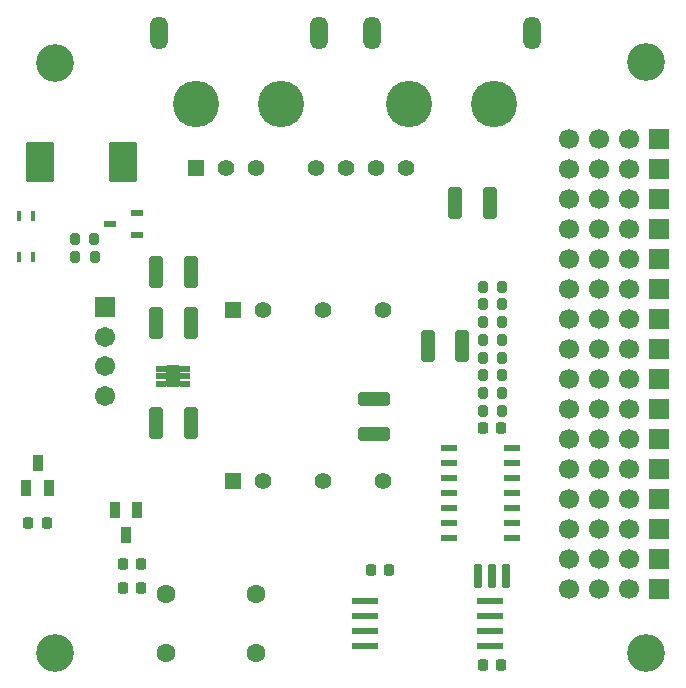
<source format=gts>
%TF.GenerationSoftware,KiCad,Pcbnew,9.0.4*%
%TF.CreationDate,2025-09-18T02:38:59+09:00*%
%TF.ProjectId,CAN_Isolation_mini,43414e5f-4973-46f6-9c61-74696f6e5f6d,Ver.1.0*%
%TF.SameCoordinates,Original*%
%TF.FileFunction,Soldermask,Top*%
%TF.FilePolarity,Negative*%
%FSLAX46Y46*%
G04 Gerber Fmt 4.6, Leading zero omitted, Abs format (unit mm)*
G04 Created by KiCad (PCBNEW 9.0.4) date 2025-09-18 02:38:59*
%MOMM*%
%LPD*%
G01*
G04 APERTURE LIST*
G04 Aperture macros list*
%AMRoundRect*
0 Rectangle with rounded corners*
0 $1 Rounding radius*
0 $2 $3 $4 $5 $6 $7 $8 $9 X,Y pos of 4 corners*
0 Add a 4 corners polygon primitive as box body*
4,1,4,$2,$3,$4,$5,$6,$7,$8,$9,$2,$3,0*
0 Add four circle primitives for the rounded corners*
1,1,$1+$1,$2,$3*
1,1,$1+$1,$4,$5*
1,1,$1+$1,$6,$7*
1,1,$1+$1,$8,$9*
0 Add four rect primitives between the rounded corners*
20,1,$1+$1,$2,$3,$4,$5,0*
20,1,$1+$1,$4,$5,$6,$7,0*
20,1,$1+$1,$6,$7,$8,$9,0*
20,1,$1+$1,$8,$9,$2,$3,0*%
G04 Aperture macros list end*
%ADD10RoundRect,0.102000X1.100000X1.550000X-1.100000X1.550000X-1.100000X-1.550000X1.100000X-1.550000X0*%
%ADD11RoundRect,0.225000X-0.225000X-0.250000X0.225000X-0.250000X0.225000X0.250000X-0.225000X0.250000X0*%
%ADD12RoundRect,0.200000X-0.200000X-0.275000X0.200000X-0.275000X0.200000X0.275000X-0.200000X0.275000X0*%
%ADD13C,3.200000*%
%ADD14R,2.253927X0.622132*%
%ADD15R,1.700000X1.700000*%
%ADD16C,1.700000*%
%ADD17RoundRect,0.102000X-0.754000X0.754000X-0.754000X-0.754000X0.754000X-0.754000X0.754000X0.754000X0*%
%ADD18C,1.712000*%
%ADD19RoundRect,0.102000X0.345000X0.160000X-0.345000X0.160000X-0.345000X-0.160000X0.345000X-0.160000X0*%
%ADD20RoundRect,0.102000X0.500000X0.800000X-0.500000X0.800000X-0.500000X-0.800000X0.500000X-0.800000X0*%
%ADD21RoundRect,0.250000X-0.325000X-1.100000X0.325000X-1.100000X0.325000X1.100000X-0.325000X1.100000X0*%
%ADD22C,1.600000*%
%ADD23C,3.920000*%
%ADD24O,1.504000X2.804000*%
%ADD25R,1.016000X0.558800*%
%ADD26RoundRect,0.100500X0.301500X-0.616500X0.301500X0.616500X-0.301500X0.616500X-0.301500X-0.616500X0*%
%ADD27R,0.393700X0.812800*%
%ADD28R,1.397000X1.397000*%
%ADD29C,1.397000*%
%ADD30R,1.397000X0.558800*%
%ADD31RoundRect,0.225000X0.225000X0.250000X-0.225000X0.250000X-0.225000X-0.250000X0.225000X-0.250000X0*%
%ADD32RoundRect,0.250000X0.325000X1.100000X-0.325000X1.100000X-0.325000X-1.100000X0.325000X-1.100000X0*%
%ADD33RoundRect,0.102000X0.200000X0.950000X-0.200000X0.950000X-0.200000X-0.950000X0.200000X-0.950000X0*%
%ADD34RoundRect,0.250000X-1.100000X0.325000X-1.100000X-0.325000X1.100000X-0.325000X1.100000X0.325000X0*%
%ADD35RoundRect,0.100500X-0.301500X0.616500X-0.301500X-0.616500X0.301500X-0.616500X0.301500X0.616500X0*%
G04 APERTURE END LIST*
D10*
%TO.C,D3*%
X92388363Y-81280000D03*
X99388363Y-81280000D03*
%TD*%
D11*
%TO.C,C7*%
X129882095Y-103809000D03*
X131432095Y-103809000D03*
%TD*%
D12*
%TO.C,R9*%
X95332095Y-89294905D03*
X96982095Y-89294905D03*
%TD*%
D13*
%TO.C,REF\u002A\u002A*%
X143657095Y-72818000D03*
%TD*%
D14*
%TO.C,U2*%
X130457618Y-122214000D03*
X130457618Y-120944000D03*
X130457618Y-119674000D03*
X130457618Y-118404000D03*
X119856572Y-118404000D03*
X119856572Y-119674000D03*
X119856572Y-120944000D03*
X119856572Y-122214000D03*
%TD*%
D15*
%TO.C,J6*%
X144810000Y-89500000D03*
D16*
X142270000Y-89500000D03*
X139730000Y-89500000D03*
X137190000Y-89500000D03*
%TD*%
D13*
%TO.C,REF\u002A\u002A*%
X93657095Y-122794905D03*
%TD*%
D15*
%TO.C,J3*%
X144810000Y-81880000D03*
D16*
X142270000Y-81880000D03*
X139730000Y-81880000D03*
X137190000Y-81880000D03*
%TD*%
D17*
%TO.C,J1*%
X97857095Y-93544905D03*
D18*
X97857095Y-96044905D03*
X97857095Y-98544905D03*
X97857095Y-101044905D03*
%TD*%
D11*
%TO.C,C10*%
X91382095Y-111794905D03*
X92932095Y-111794905D03*
%TD*%
D15*
%TO.C,J8*%
X144810000Y-94580000D03*
D16*
X142270000Y-94580000D03*
X139730000Y-94580000D03*
X137190000Y-94580000D03*
%TD*%
D15*
%TO.C,J11*%
X144810000Y-102200000D03*
D16*
X142270000Y-102200000D03*
X139730000Y-102200000D03*
X137190000Y-102200000D03*
%TD*%
D15*
%TO.C,J17*%
X144810000Y-117440000D03*
D16*
X142270000Y-117440000D03*
X139730000Y-117440000D03*
X137190000Y-117440000D03*
%TD*%
D19*
%TO.C,U5*%
X104677095Y-100045000D03*
X104677095Y-99395000D03*
X104677095Y-98745000D03*
X102637095Y-98745000D03*
X102637095Y-99395000D03*
X102637095Y-100045000D03*
D20*
X103657095Y-99395000D03*
%TD*%
D15*
%TO.C,J15*%
X144810000Y-112360000D03*
D16*
X142270000Y-112360000D03*
X139730000Y-112360000D03*
X137190000Y-112360000D03*
%TD*%
D15*
%TO.C,J13*%
X144810000Y-107280000D03*
D16*
X142270000Y-107280000D03*
X139730000Y-107280000D03*
X137190000Y-107280000D03*
%TD*%
D21*
%TO.C,C2*%
X102182095Y-103309000D03*
X105132095Y-103309000D03*
%TD*%
D22*
%TO.C,R12*%
X103037095Y-117809000D03*
X110657095Y-117809000D03*
%TD*%
D11*
%TO.C,C5*%
X129882095Y-123809000D03*
X131432095Y-123809000D03*
%TD*%
D23*
%TO.C,J21*%
X112801000Y-76327000D03*
X105601000Y-76327000D03*
D24*
X115951000Y-70327000D03*
X102451000Y-70327000D03*
%TD*%
D25*
%TO.C,U6*%
X100584000Y-87437001D03*
X100584000Y-85536999D03*
X98298000Y-86487000D03*
%TD*%
D15*
%TO.C,J16*%
X144810000Y-114900000D03*
D16*
X142270000Y-114900000D03*
X139730000Y-114900000D03*
X137190000Y-114900000D03*
%TD*%
D15*
%TO.C,J7*%
X144810000Y-92040000D03*
D16*
X142270000Y-92040000D03*
X139730000Y-92040000D03*
X137190000Y-92040000D03*
%TD*%
D11*
%TO.C,C11*%
X99382095Y-115309000D03*
X100932095Y-115309000D03*
%TD*%
D26*
%TO.C,D1*%
X91207095Y-108854905D03*
X93107095Y-108854905D03*
X92157095Y-106734905D03*
%TD*%
D27*
%TO.C,LED2*%
X91760345Y-85794905D03*
X90553845Y-85794905D03*
%TD*%
D15*
%TO.C,J10*%
X144810000Y-99660000D03*
D16*
X142270000Y-99660000D03*
X139730000Y-99660000D03*
X137190000Y-99660000D03*
%TD*%
D13*
%TO.C,REF\u002A\u002A*%
X143657095Y-122794905D03*
%TD*%
D21*
%TO.C,C8*%
X102157000Y-90551000D03*
X105107000Y-90551000D03*
%TD*%
D28*
%TO.C,U3*%
X108680095Y-93785000D03*
D29*
X111220095Y-93785000D03*
X116300095Y-93785000D03*
X121380095Y-93785000D03*
%TD*%
D28*
%TO.C,U4*%
X108680095Y-108285000D03*
D29*
X111220095Y-108285000D03*
X116300095Y-108285000D03*
X121380095Y-108285000D03*
%TD*%
D15*
%TO.C,J9*%
X144810000Y-97120000D03*
D16*
X142270000Y-97120000D03*
X139730000Y-97120000D03*
X137190000Y-97120000D03*
%TD*%
D12*
%TO.C,R5*%
X129832095Y-96309000D03*
X131482095Y-96309000D03*
%TD*%
%TO.C,R3*%
X129832095Y-99309000D03*
X131482095Y-99309000D03*
%TD*%
D30*
%TO.C,U1*%
X127002795Y-105499000D03*
X127002795Y-106769000D03*
X127002795Y-108039000D03*
X127002795Y-109309000D03*
X127002795Y-110579000D03*
X127002795Y-111849000D03*
X127002795Y-113119000D03*
X132311395Y-113119000D03*
X132311395Y-111849000D03*
X132311395Y-110579000D03*
X132311395Y-109309000D03*
X132311395Y-108039000D03*
X132311395Y-106769000D03*
X132311395Y-105499000D03*
%TD*%
D27*
%TO.C,LED1*%
X91760345Y-89294905D03*
X90553845Y-89294905D03*
%TD*%
D28*
%TO.C,U7*%
X105608000Y-81741000D03*
D29*
X108148000Y-81741000D03*
X110688000Y-81741000D03*
X115768000Y-81741000D03*
X118308000Y-81741000D03*
X120848000Y-81741000D03*
X123388000Y-81741000D03*
%TD*%
D12*
%TO.C,R2*%
X129832095Y-100809000D03*
X131482095Y-100809000D03*
%TD*%
D21*
%TO.C,C1*%
X102182095Y-94895000D03*
X105132095Y-94895000D03*
%TD*%
D31*
%TO.C,C6*%
X121932095Y-115809000D03*
X120382095Y-115809000D03*
%TD*%
%TO.C,C12*%
X100932095Y-117309000D03*
X99382095Y-117309000D03*
%TD*%
D22*
%TO.C,R11*%
X110657095Y-122809000D03*
X103037095Y-122809000D03*
%TD*%
D32*
%TO.C,C3*%
X128132095Y-96809000D03*
X125182095Y-96809000D03*
%TD*%
D13*
%TO.C,REF\u002A\u002A*%
X93657095Y-72825436D03*
%TD*%
D15*
%TO.C,J2*%
X144810000Y-79340000D03*
D16*
X142270000Y-79340000D03*
X139730000Y-79340000D03*
X137190000Y-79340000D03*
%TD*%
D15*
%TO.C,J5*%
X144810000Y-86960000D03*
D16*
X142270000Y-86960000D03*
X139730000Y-86960000D03*
X137190000Y-86960000D03*
%TD*%
D33*
%TO.C,Y1*%
X131857095Y-116309000D03*
X130657095Y-116309000D03*
X129457095Y-116309000D03*
%TD*%
D34*
%TO.C,C4*%
X120657095Y-101334000D03*
X120657095Y-104284000D03*
%TD*%
D32*
%TO.C,C9*%
X130475000Y-84700000D03*
X127525000Y-84700000D03*
%TD*%
D35*
%TO.C,D2*%
X100607095Y-110749000D03*
X98707095Y-110749000D03*
X99657095Y-112869000D03*
%TD*%
D15*
%TO.C,J14*%
X144810000Y-109820000D03*
D16*
X142270000Y-109820000D03*
X139730000Y-109820000D03*
X137190000Y-109820000D03*
%TD*%
D15*
%TO.C,J4*%
X144810000Y-84420000D03*
D16*
X142270000Y-84420000D03*
X139730000Y-84420000D03*
X137190000Y-84420000D03*
%TD*%
D15*
%TO.C,J12*%
X144810000Y-104740000D03*
D16*
X142270000Y-104740000D03*
X139730000Y-104740000D03*
X137190000Y-104740000D03*
%TD*%
D12*
%TO.C,R10*%
X95314000Y-87757000D03*
X96964000Y-87757000D03*
%TD*%
%TO.C,R6*%
X129832095Y-94809000D03*
X131482095Y-94809000D03*
%TD*%
%TO.C,R1*%
X129832095Y-102309000D03*
X131482095Y-102309000D03*
%TD*%
%TO.C,R7*%
X129832095Y-91809000D03*
X131482095Y-91809000D03*
%TD*%
%TO.C,R8*%
X129832095Y-93309000D03*
X131482095Y-93309000D03*
%TD*%
D23*
%TO.C,J22*%
X130835000Y-76358000D03*
X123635000Y-76358000D03*
D24*
X133985000Y-70358000D03*
X120485000Y-70358000D03*
%TD*%
D12*
%TO.C,R4*%
X129832095Y-97809000D03*
X131482095Y-97809000D03*
%TD*%
M02*

</source>
